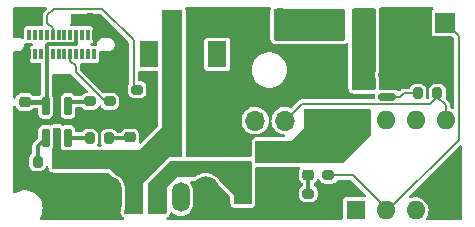
<source format=gbr>
%TF.GenerationSoftware,KiCad,Pcbnew,7.0.11-2.fc38*%
%TF.CreationDate,2024-04-24T16:28:19+02:00*%
%TF.ProjectId,lr_40,6c725f34-302e-46b6-9963-61645f706362,rev?*%
%TF.SameCoordinates,Original*%
%TF.FileFunction,Copper,L1,Top*%
%TF.FilePolarity,Positive*%
%FSLAX46Y46*%
G04 Gerber Fmt 4.6, Leading zero omitted, Abs format (unit mm)*
G04 Created by KiCad (PCBNEW 7.0.11-2.fc38) date 2024-04-24 16:28:19*
%MOMM*%
%LPD*%
G01*
G04 APERTURE LIST*
G04 Aperture macros list*
%AMRoundRect*
0 Rectangle with rounded corners*
0 $1 Rounding radius*
0 $2 $3 $4 $5 $6 $7 $8 $9 X,Y pos of 4 corners*
0 Add a 4 corners polygon primitive as box body*
4,1,4,$2,$3,$4,$5,$6,$7,$8,$9,$2,$3,0*
0 Add four circle primitives for the rounded corners*
1,1,$1+$1,$2,$3*
1,1,$1+$1,$4,$5*
1,1,$1+$1,$6,$7*
1,1,$1+$1,$8,$9*
0 Add four rect primitives between the rounded corners*
20,1,$1+$1,$2,$3,$4,$5,0*
20,1,$1+$1,$4,$5,$6,$7,0*
20,1,$1+$1,$6,$7,$8,$9,0*
20,1,$1+$1,$8,$9,$2,$3,0*%
G04 Aperture macros list end*
%TA.AperFunction,SMDPad,CuDef*%
%ADD10R,0.700000X1.800000*%
%TD*%
%TA.AperFunction,SMDPad,CuDef*%
%ADD11R,1.600000X2.200000*%
%TD*%
%TA.AperFunction,SMDPad,CuDef*%
%ADD12RoundRect,0.218750X0.256250X-0.218750X0.256250X0.218750X-0.256250X0.218750X-0.256250X-0.218750X0*%
%TD*%
%TA.AperFunction,ComponentPad*%
%ADD13R,1.700000X1.700000*%
%TD*%
%TA.AperFunction,ComponentPad*%
%ADD14O,1.700000X1.700000*%
%TD*%
%TA.AperFunction,SMDPad,CuDef*%
%ADD15RoundRect,0.200000X0.200000X0.275000X-0.200000X0.275000X-0.200000X-0.275000X0.200000X-0.275000X0*%
%TD*%
%TA.AperFunction,SMDPad,CuDef*%
%ADD16RoundRect,0.162500X0.162500X-0.617500X0.162500X0.617500X-0.162500X0.617500X-0.162500X-0.617500X0*%
%TD*%
%TA.AperFunction,SMDPad,CuDef*%
%ADD17RoundRect,0.225000X-0.250000X0.225000X-0.250000X-0.225000X0.250000X-0.225000X0.250000X0.225000X0*%
%TD*%
%TA.AperFunction,ComponentPad*%
%ADD18O,2.200000X3.500000*%
%TD*%
%TA.AperFunction,ComponentPad*%
%ADD19R,1.500000X2.500000*%
%TD*%
%TA.AperFunction,ComponentPad*%
%ADD20O,1.500000X2.500000*%
%TD*%
%TA.AperFunction,SMDPad,CuDef*%
%ADD21RoundRect,0.218750X-0.256250X0.218750X-0.256250X-0.218750X0.256250X-0.218750X0.256250X0.218750X0*%
%TD*%
%TA.AperFunction,SMDPad,CuDef*%
%ADD22RoundRect,0.200000X-0.200000X-0.275000X0.200000X-0.275000X0.200000X0.275000X-0.200000X0.275000X0*%
%TD*%
%TA.AperFunction,SMDPad,CuDef*%
%ADD23RoundRect,0.150000X0.587500X0.150000X-0.587500X0.150000X-0.587500X-0.150000X0.587500X-0.150000X0*%
%TD*%
%TA.AperFunction,SMDPad,CuDef*%
%ADD24RoundRect,0.200000X0.275000X-0.200000X0.275000X0.200000X-0.275000X0.200000X-0.275000X-0.200000X0*%
%TD*%
%TA.AperFunction,SMDPad,CuDef*%
%ADD25RoundRect,0.200000X-0.275000X0.200000X-0.275000X-0.200000X0.275000X-0.200000X0.275000X0.200000X0*%
%TD*%
%TA.AperFunction,SMDPad,CuDef*%
%ADD26RoundRect,0.225000X-0.225000X-0.250000X0.225000X-0.250000X0.225000X0.250000X-0.225000X0.250000X0*%
%TD*%
%TA.AperFunction,ComponentPad*%
%ADD27R,1.600000X1.600000*%
%TD*%
%TA.AperFunction,ComponentPad*%
%ADD28O,1.600000X1.600000*%
%TD*%
%TA.AperFunction,SMDPad,CuDef*%
%ADD29R,0.300000X0.850000*%
%TD*%
%TA.AperFunction,ComponentPad*%
%ADD30C,1.100000*%
%TD*%
%TA.AperFunction,ViaPad*%
%ADD31C,0.600000*%
%TD*%
%TA.AperFunction,Conductor*%
%ADD32C,0.300000*%
%TD*%
%TA.AperFunction,Conductor*%
%ADD33C,0.400000*%
%TD*%
%TA.AperFunction,Conductor*%
%ADD34C,0.200000*%
%TD*%
G04 APERTURE END LIST*
D10*
%TO.P,BT2,1,+*%
%TO.N,Net-(BT2-+)*%
X84300000Y-51800000D03*
%TO.P,BT2,2,-*%
%TO.N,GND*%
X85550000Y-51800000D03*
D11*
%TO.P,BT2,MP*%
%TO.N,N/C*%
X82050000Y-54500000D03*
X87800000Y-54500000D03*
%TD*%
D12*
%TO.P,D2,1,K*%
%TO.N,Net-(D2-K)*%
X95500000Y-64675000D03*
%TO.P,D2,2,A*%
%TO.N,VCC*%
X95500000Y-63100000D03*
%TD*%
D13*
%TO.P,SW3,1*%
%TO.N,VCC*%
X96080000Y-60100000D03*
D14*
%TO.P,SW3,2*%
%TO.N,laser*%
X93540000Y-60100000D03*
%TO.P,SW3,3*%
%TO.N,N/C*%
X91000000Y-60100000D03*
%TD*%
D15*
%TO.P,C3,1*%
%TO.N,VCC*%
X93125000Y-51100000D03*
%TO.P,C3,2*%
%TO.N,GND*%
X91475000Y-51100000D03*
%TD*%
D16*
%TO.P,U3,1,TS*%
%TO.N,Net-(U3-TS)*%
X73250000Y-61550000D03*
%TO.P,U3,2,OUT*%
%TO.N,Net-(BT2-+)*%
X74200000Y-61550000D03*
%TO.P,U3,3,CHG*%
%TO.N,Net-(U3-CHG)*%
X75150000Y-61550000D03*
%TO.P,U3,4,ISET*%
%TO.N,Net-(U3-ISET)*%
X75150000Y-58850000D03*
%TO.P,U3,5,GND*%
%TO.N,GND*%
X74200000Y-58850000D03*
%TO.P,U3,6,VIN*%
%TO.N,Net-(U3-VIN)*%
X73250000Y-58850000D03*
%TD*%
D17*
%TO.P,C7,1*%
%TO.N,Net-(BT2-+)*%
X75800000Y-63725000D03*
%TO.P,C7,2*%
%TO.N,GND*%
X75800000Y-65275000D03*
%TD*%
%TO.P,C2,1*%
%TO.N,VCC*%
X93700000Y-63050000D03*
%TO.P,C2,2*%
%TO.N,GND*%
X93700000Y-64600000D03*
%TD*%
D15*
%TO.P,C4,1*%
%TO.N,VCC*%
X93125000Y-52700000D03*
%TO.P,C4,2*%
%TO.N,GND*%
X91475000Y-52700000D03*
%TD*%
D18*
%TO.P,SW1,*%
%TO.N,GND*%
X78600000Y-66600000D03*
X86800000Y-66600000D03*
D19*
%TO.P,SW1,1*%
%TO.N,Net-(BT2-+)*%
X80700000Y-66600000D03*
D20*
%TO.P,SW1,2*%
%TO.N,Net-(U1-VI)*%
X82700000Y-66600000D03*
%TO.P,SW1,3*%
%TO.N,N/C*%
X84700000Y-66600000D03*
%TD*%
D21*
%TO.P,D3,1,K*%
%TO.N,Net-(D3-K)*%
X80400000Y-61512500D03*
%TO.P,D3,2,A*%
%TO.N,Net-(BT2-+)*%
X80400000Y-63087500D03*
%TD*%
D22*
%TO.P,R6,1*%
%TO.N,Net-(U3-TS)*%
X72575000Y-63600000D03*
%TO.P,R6,2*%
%TO.N,Net-(BT2-+)*%
X74225000Y-63600000D03*
%TD*%
D13*
%TO.P,SW2,1*%
%TO.N,trigger*%
X107100000Y-51800000D03*
D14*
%TO.P,SW2,2*%
%TO.N,GND*%
X104560000Y-51800000D03*
%TD*%
D23*
%TO.P,U1,1,GND*%
%TO.N,GND*%
X91737500Y-64850000D03*
%TO.P,U1,2,VO*%
%TO.N,VCC*%
X91737500Y-62950000D03*
%TO.P,U1,3,VI*%
%TO.N,Net-(U1-VI)*%
X89862500Y-63900000D03*
%TD*%
D24*
%TO.P,R8,1*%
%TO.N,GND*%
X77000000Y-60125000D03*
%TO.P,R8,2*%
%TO.N,Net-(U3-ISET)*%
X77000000Y-58475000D03*
%TD*%
D25*
%TO.P,R4,1*%
%TO.N,Net-(J3-CC2)*%
X78700000Y-58475000D03*
%TO.P,R4,2*%
%TO.N,GND*%
X78700000Y-60125000D03*
%TD*%
D23*
%TO.P,Q1,1,B*%
%TO.N,Net-(Q1-B)*%
X102200000Y-58100000D03*
%TO.P,Q1,2,E*%
%TO.N,GND*%
X102200000Y-56200000D03*
%TO.P,Q1,3,C*%
%TO.N,Net-(D1-K)*%
X100325000Y-57150000D03*
%TD*%
D15*
%TO.P,R1,1*%
%TO.N,laser*%
X106425000Y-57800000D03*
%TO.P,R1,2*%
%TO.N,Net-(Q1-B)*%
X104775000Y-57800000D03*
%TD*%
D25*
%TO.P,R5,1*%
%TO.N,Net-(J3-CC1)*%
X81000000Y-57475000D03*
%TO.P,R5,2*%
%TO.N,GND*%
X81000000Y-59125000D03*
%TD*%
%TO.P,R2,1*%
%TO.N,VCC*%
X97200000Y-63075000D03*
%TO.P,R2,2*%
%TO.N,trigger*%
X97200000Y-64725000D03*
%TD*%
D22*
%TO.P,R7,1*%
%TO.N,Net-(U3-CHG)*%
X76975000Y-61600000D03*
%TO.P,R7,2*%
%TO.N,Net-(D3-K)*%
X78625000Y-61600000D03*
%TD*%
D26*
%TO.P,C1,1*%
%TO.N,Net-(U1-VI)*%
X90025000Y-66600000D03*
%TO.P,C1,2*%
%TO.N,GND*%
X91575000Y-66600000D03*
%TD*%
D13*
%TO.P,D1,1,K*%
%TO.N,Net-(D1-K)*%
X100200000Y-51825000D03*
D14*
%TO.P,D1,2,A*%
%TO.N,VCC*%
X97660000Y-51825000D03*
%TD*%
D27*
%TO.P,U2,1,~{RESET}/PB5*%
%TO.N,unconnected-(U2-~{RESET}{slash}PB5-Pad1)*%
X99500000Y-67700000D03*
D28*
%TO.P,U2,2,XTAL1/PB3*%
%TO.N,trigger*%
X102040000Y-67700000D03*
%TO.P,U2,3,XTAL2/PB4*%
%TO.N,unconnected-(U2-XTAL2{slash}PB4-Pad3)*%
X104580000Y-67700000D03*
%TO.P,U2,4,GND*%
%TO.N,GND*%
X107120000Y-67700000D03*
%TO.P,U2,5,AREF/PB0*%
%TO.N,laser*%
X107120000Y-60080000D03*
%TO.P,U2,6,PB1*%
%TO.N,unconnected-(U2-PB1-Pad6)*%
X104580000Y-60080000D03*
%TO.P,U2,7,PB2*%
%TO.N,unconnected-(U2-PB2-Pad7)*%
X102040000Y-60080000D03*
%TO.P,U2,8,VCC*%
%TO.N,VCC*%
X99500000Y-60080000D03*
%TD*%
D13*
%TO.P,J1,1,Pin_1*%
%TO.N,Net-(BT2-+)*%
X83850000Y-62075000D03*
D14*
%TO.P,J1,2,Pin_2*%
%TO.N,GND*%
X86390000Y-62075000D03*
%TD*%
D17*
%TO.P,C6,1*%
%TO.N,Net-(U3-VIN)*%
X71500000Y-58525000D03*
%TO.P,C6,2*%
%TO.N,GND*%
X71500000Y-60075000D03*
%TD*%
D29*
%TO.P,J3,A1*%
%TO.N,N/C*%
X71850000Y-52815000D03*
%TO.P,J3,A2*%
X72350000Y-52815000D03*
%TO.P,J3,A3*%
X72850000Y-52815000D03*
%TO.P,J3,A4*%
X73350000Y-52815000D03*
%TO.P,J3,A5,CC1*%
%TO.N,Net-(J3-CC1)*%
X73850000Y-52815000D03*
%TO.P,J3,A6*%
%TO.N,N/C*%
X74350000Y-52815000D03*
%TO.P,J3,A7*%
X74850000Y-52815000D03*
%TO.P,J3,A8*%
X75350000Y-52815000D03*
%TO.P,J3,A9,VBUS*%
%TO.N,Net-(U3-VIN)*%
X75850000Y-52815000D03*
%TO.P,J3,A10*%
%TO.N,N/C*%
X76350000Y-52815000D03*
%TO.P,J3,A11*%
X76850000Y-52815000D03*
%TO.P,J3,A12,GND*%
%TO.N,GND*%
X77350000Y-52815000D03*
%TO.P,J3,B1*%
%TO.N,N/C*%
X77350000Y-54485000D03*
%TO.P,J3,B2*%
X76850000Y-54485000D03*
%TO.P,J3,B3*%
X76350000Y-54485000D03*
%TO.P,J3,B4*%
X75850000Y-54485000D03*
%TO.P,J3,B5,CC2*%
%TO.N,Net-(J3-CC2)*%
X75350000Y-54485000D03*
%TO.P,J3,B6*%
%TO.N,N/C*%
X74850000Y-54485000D03*
%TO.P,J3,B7*%
X74350000Y-54485000D03*
%TO.P,J3,B8*%
X73850000Y-54485000D03*
%TO.P,J3,B9,VBUS*%
%TO.N,Net-(U3-VIN)*%
X73350000Y-54485000D03*
%TO.P,J3,B10*%
%TO.N,N/C*%
X72850000Y-54485000D03*
%TO.P,J3,B11*%
X72350000Y-54485000D03*
%TO.P,J3,B12,GND*%
%TO.N,GND*%
X71850000Y-54485000D03*
D30*
%TO.P,J3,S1,SHIELD*%
X72200000Y-51500000D03*
X72200000Y-55800000D03*
X77000000Y-51500000D03*
X77000000Y-55800000D03*
%TD*%
D25*
%TO.P,R3,1*%
%TO.N,Net-(D2-K)*%
X95500000Y-66275000D03*
%TO.P,R3,2*%
%TO.N,GND*%
X95500000Y-67925000D03*
%TD*%
D31*
%TO.N,GND*%
X89700000Y-51600000D03*
X107000000Y-55600000D03*
X79500000Y-55900000D03*
X88800000Y-61400000D03*
X102800000Y-54900000D03*
X107400000Y-64700000D03*
X94000000Y-67800000D03*
X74500000Y-57300000D03*
X104800000Y-55700000D03*
X81400000Y-60400000D03*
X87600000Y-59500000D03*
X74600000Y-66300000D03*
X88600000Y-57600000D03*
%TD*%
D32*
%TO.N,Net-(U3-VIN)*%
X73350000Y-53710000D02*
X73350000Y-54485000D01*
X73350000Y-54485000D02*
X73350000Y-58750000D01*
X75840000Y-53600000D02*
X73460000Y-53600000D01*
X73460000Y-53600000D02*
X73350000Y-53710000D01*
D33*
X72925000Y-58525000D02*
X73250000Y-58850000D01*
X71500000Y-58525000D02*
X72925000Y-58525000D01*
D32*
X75850000Y-52815000D02*
X75850000Y-53590000D01*
X75850000Y-53590000D02*
X75840000Y-53600000D01*
%TO.N,Net-(D3-K)*%
X78625000Y-61600000D02*
X78637500Y-61612500D01*
X78637500Y-61612500D02*
X80400000Y-61612500D01*
D34*
%TO.N,Net-(Q1-B)*%
X103300000Y-58100000D02*
X102200000Y-58100000D01*
X103600000Y-57800000D02*
X103300000Y-58100000D01*
X104775000Y-57800000D02*
X103600000Y-57800000D01*
%TO.N,laser*%
X107120000Y-58795000D02*
X107120000Y-60080000D01*
X105825000Y-58700000D02*
X106425000Y-58100000D01*
X93540000Y-60100000D02*
X94940000Y-58700000D01*
X106425000Y-58100000D02*
X107120000Y-58795000D01*
X94940000Y-58700000D02*
X105825000Y-58700000D01*
%TO.N,trigger*%
X99265000Y-64725000D02*
X102240000Y-67700000D01*
X102240000Y-67700000D02*
X108220000Y-61720000D01*
X108220000Y-52920000D02*
X107100000Y-51800000D01*
X108220000Y-61720000D02*
X108220000Y-52920000D01*
X97200000Y-64725000D02*
X99265000Y-64725000D01*
D32*
%TO.N,Net-(U3-TS)*%
X72575000Y-63700000D02*
X72575000Y-62225000D01*
X72575000Y-62225000D02*
X73250000Y-61550000D01*
%TO.N,Net-(U3-CHG)*%
X75150000Y-61550000D02*
X76925000Y-61550000D01*
%TO.N,Net-(U3-ISET)*%
X75150000Y-58850000D02*
X75500000Y-58500000D01*
X75500000Y-58500000D02*
X76975000Y-58500000D01*
D34*
%TO.N,Net-(J3-CC1)*%
X73400000Y-51200000D02*
X73950000Y-50650000D01*
X73950000Y-50650000D02*
X78050000Y-50650000D01*
X78050000Y-50650000D02*
X80700000Y-53300000D01*
X73400000Y-51800000D02*
X73400000Y-51200000D01*
X73850000Y-52250000D02*
X73400000Y-51800000D01*
X80700000Y-53300000D02*
X80700000Y-57175000D01*
X80700000Y-57175000D02*
X81000000Y-57475000D01*
X73850000Y-52815000D02*
X73850000Y-52250000D01*
%TO.N,Net-(J3-CC2)*%
X75350000Y-55050000D02*
X75800000Y-55500000D01*
X78275000Y-58475000D02*
X78700000Y-58475000D01*
X75800000Y-56000000D02*
X78275000Y-58475000D01*
X75800000Y-55500000D02*
X75800000Y-56000000D01*
X75350000Y-54485000D02*
X75350000Y-55050000D01*
D32*
%TO.N,Net-(D2-K)*%
X95500000Y-64675000D02*
X95500000Y-66275000D01*
%TD*%
%TA.AperFunction,Conductor*%
%TO.N,VCC*%
G36*
X100743039Y-59120185D02*
G01*
X100788794Y-59172989D01*
X100800000Y-59224500D01*
X100800000Y-61248638D01*
X100780315Y-61315677D01*
X100763681Y-61336319D01*
X98436319Y-63663681D01*
X98374996Y-63697166D01*
X98348638Y-63700000D01*
X91125054Y-63700000D01*
X91058015Y-63680315D01*
X91012260Y-63627511D01*
X91001764Y-63589251D01*
X91000710Y-63579444D01*
X91000000Y-63566193D01*
X91000000Y-61924000D01*
X91019685Y-61856961D01*
X91072489Y-61811206D01*
X91124000Y-61800000D01*
X94000000Y-61800000D01*
X95100000Y-60700000D01*
X95100000Y-59224500D01*
X95119685Y-59157461D01*
X95172489Y-59111706D01*
X95224000Y-59100500D01*
X100676000Y-59100500D01*
X100743039Y-59120185D01*
G37*
%TD.AperFunction*%
%TD*%
%TA.AperFunction,Conductor*%
%TO.N,Net-(U1-VI)*%
G36*
X90643039Y-63519685D02*
G01*
X90688794Y-63572489D01*
X90700000Y-63624000D01*
X90700000Y-64634602D01*
X90699614Y-64642837D01*
X90699635Y-64642838D01*
X90699500Y-64645723D01*
X90699500Y-65054277D01*
X90699635Y-65057163D01*
X90699614Y-65057163D01*
X90700000Y-65065398D01*
X90700000Y-67076000D01*
X90680315Y-67143039D01*
X90627511Y-67188794D01*
X90576000Y-67200000D01*
X89324000Y-67200000D01*
X89256961Y-67180315D01*
X89211206Y-67127511D01*
X89200000Y-67076000D01*
X89200000Y-66400000D01*
X87957412Y-65157412D01*
X87942357Y-65139167D01*
X87893584Y-65067004D01*
X87893582Y-65067002D01*
X87893579Y-65066997D01*
X87728621Y-64894882D01*
X87536947Y-64753121D01*
X87324074Y-64645793D01*
X87194283Y-64606045D01*
X87096121Y-64575983D01*
X86859647Y-64545701D01*
X86621471Y-64555819D01*
X86621467Y-64555819D01*
X86388419Y-64606045D01*
X86167211Y-64694935D01*
X85964203Y-64819932D01*
X85908356Y-64869084D01*
X85845026Y-64898598D01*
X85826433Y-64900000D01*
X84399999Y-64900000D01*
X83500000Y-65799999D01*
X83500000Y-67876000D01*
X83480315Y-67943039D01*
X83427511Y-67988794D01*
X83376000Y-68000000D01*
X82024000Y-68000000D01*
X81956961Y-67980315D01*
X81911206Y-67927511D01*
X81900000Y-67876000D01*
X81900000Y-65483403D01*
X81919685Y-65416364D01*
X81936319Y-65395722D01*
X83790222Y-63541819D01*
X83851545Y-63508334D01*
X83877903Y-63505500D01*
X84675990Y-63505500D01*
X84676000Y-63505500D01*
X84716762Y-63501117D01*
X84720554Y-63500710D01*
X84733807Y-63500000D01*
X90576000Y-63500000D01*
X90643039Y-63519685D01*
G37*
%TD.AperFunction*%
%TD*%
%TA.AperFunction,Conductor*%
%TO.N,Net-(D1-K)*%
G36*
X101143039Y-50619685D02*
G01*
X101188794Y-50672489D01*
X101200000Y-50724000D01*
X101200000Y-55843789D01*
X101193042Y-55884743D01*
X101164853Y-55965302D01*
X101162000Y-55995730D01*
X101162000Y-56404269D01*
X101164853Y-56434698D01*
X101177997Y-56472261D01*
X101193041Y-56515255D01*
X101200000Y-56556207D01*
X101200000Y-57376000D01*
X101180315Y-57443039D01*
X101127511Y-57488794D01*
X101076000Y-57500000D01*
X99324000Y-57500000D01*
X99256961Y-57480315D01*
X99211206Y-57427511D01*
X99200000Y-57376000D01*
X99200000Y-50724000D01*
X99219685Y-50656961D01*
X99272489Y-50611206D01*
X99324000Y-50600000D01*
X101076000Y-50600000D01*
X101143039Y-50619685D01*
G37*
%TD.AperFunction*%
%TD*%
%TA.AperFunction,Conductor*%
%TO.N,VCC*%
G36*
X98543039Y-50644685D02*
G01*
X98588794Y-50697489D01*
X98600000Y-50749000D01*
X98600000Y-53201000D01*
X98580315Y-53268039D01*
X98527511Y-53313794D01*
X98476000Y-53325000D01*
X92724000Y-53325000D01*
X92656961Y-53305315D01*
X92611206Y-53252511D01*
X92600000Y-53201000D01*
X92600000Y-50749000D01*
X92619685Y-50681961D01*
X92672489Y-50636206D01*
X92724000Y-50625000D01*
X98476000Y-50625000D01*
X98543039Y-50644685D01*
G37*
%TD.AperFunction*%
%TD*%
%TA.AperFunction,Conductor*%
%TO.N,Net-(BT2-+)*%
G36*
X84743039Y-50719685D02*
G01*
X84788794Y-50772489D01*
X84800000Y-50824000D01*
X84800000Y-63076000D01*
X84780315Y-63143039D01*
X84727511Y-63188794D01*
X84676000Y-63200000D01*
X83699999Y-63200000D01*
X81500000Y-65399999D01*
X81500000Y-67876000D01*
X81480315Y-67943039D01*
X81427511Y-67988794D01*
X81376000Y-68000000D01*
X80024000Y-68000000D01*
X79956961Y-67980315D01*
X79911206Y-67927511D01*
X79900000Y-67876000D01*
X79900000Y-67795846D01*
X79907082Y-67754539D01*
X79960211Y-67604171D01*
X79991395Y-67422303D01*
X80000499Y-67369210D01*
X80000500Y-67369198D01*
X80000500Y-65890503D01*
X80000499Y-65890484D01*
X79985347Y-65712463D01*
X79980622Y-65694318D01*
X79925275Y-65481751D01*
X79925274Y-65481747D01*
X79911008Y-65450187D01*
X79900399Y-65400964D01*
X79900000Y-65400001D01*
X79900000Y-65400000D01*
X79894680Y-65394680D01*
X79869371Y-65358078D01*
X79827077Y-65264514D01*
X79827077Y-65264513D01*
X79827075Y-65264511D01*
X79693586Y-65067006D01*
X79693582Y-65067001D01*
X79693579Y-65066997D01*
X79528621Y-64894882D01*
X79336947Y-64753121D01*
X79185653Y-64676840D01*
X79153799Y-64653799D01*
X78700000Y-64200000D01*
X73924000Y-64200000D01*
X73856961Y-64180315D01*
X73811206Y-64127511D01*
X73800000Y-64076000D01*
X73800000Y-62462956D01*
X73819685Y-62395917D01*
X73824231Y-62389321D01*
X73826465Y-62386294D01*
X73826469Y-62386289D01*
X73850086Y-62318796D01*
X73872567Y-62254551D01*
X73872567Y-62254549D01*
X73875500Y-62223276D01*
X73875500Y-60876723D01*
X73871863Y-60837938D01*
X73874566Y-60837684D01*
X73878581Y-60780779D01*
X73920398Y-60724805D01*
X73985839Y-60700325D01*
X73994805Y-60700000D01*
X74405195Y-60700000D01*
X74472234Y-60719685D01*
X74517989Y-60772489D01*
X74527389Y-60837867D01*
X74528137Y-60837938D01*
X74527845Y-60841041D01*
X74527933Y-60841647D01*
X74527634Y-60843297D01*
X74524500Y-60876723D01*
X74524500Y-62223276D01*
X74527432Y-62254549D01*
X74527432Y-62254551D01*
X74573529Y-62386285D01*
X74573534Y-62386294D01*
X74656410Y-62498588D01*
X74656411Y-62498589D01*
X74768705Y-62581465D01*
X74768707Y-62581466D01*
X74768711Y-62581469D01*
X74768714Y-62581470D01*
X74900449Y-62627567D01*
X74931724Y-62630500D01*
X74931728Y-62630500D01*
X75368276Y-62630500D01*
X75386144Y-62628824D01*
X75399549Y-62627567D01*
X75458446Y-62606958D01*
X75499401Y-62600000D01*
X81200000Y-62600000D01*
X83100000Y-60700000D01*
X83100000Y-55803917D01*
X83110565Y-55753832D01*
X83147585Y-55669991D01*
X83150500Y-55644865D01*
X83150499Y-53355136D01*
X83150497Y-53355117D01*
X83147586Y-53330012D01*
X83147585Y-53330010D01*
X83147585Y-53330009D01*
X83110566Y-53246168D01*
X83100000Y-53196082D01*
X83100000Y-50824000D01*
X83119685Y-50756961D01*
X83172489Y-50711206D01*
X83224000Y-50700000D01*
X84676000Y-50700000D01*
X84743039Y-50719685D01*
G37*
%TD.AperFunction*%
%TD*%
%TA.AperFunction,Conductor*%
%TO.N,GND*%
G36*
X77899784Y-51070185D02*
G01*
X77920426Y-51086819D01*
X80263181Y-53429574D01*
X80296666Y-53490897D01*
X80299500Y-53517255D01*
X80299500Y-56967513D01*
X80284333Y-57026939D01*
X80281203Y-57032670D01*
X80230933Y-57167452D01*
X80230909Y-57167517D01*
X80224500Y-57227127D01*
X80224500Y-57227134D01*
X80224500Y-57227135D01*
X80224500Y-57722870D01*
X80224501Y-57722876D01*
X80230908Y-57782483D01*
X80281202Y-57917328D01*
X80281206Y-57917335D01*
X80367452Y-58032544D01*
X80367455Y-58032547D01*
X80482664Y-58118793D01*
X80482671Y-58118797D01*
X80493613Y-58122878D01*
X80617517Y-58169091D01*
X80677127Y-58175500D01*
X81322872Y-58175499D01*
X81382483Y-58169091D01*
X81517331Y-58118796D01*
X81632546Y-58032546D01*
X81718796Y-57917331D01*
X81769091Y-57782483D01*
X81775500Y-57722873D01*
X81775499Y-57227128D01*
X81769091Y-57167517D01*
X81736898Y-57081204D01*
X81718797Y-57032671D01*
X81718793Y-57032664D01*
X81632547Y-56917455D01*
X81632544Y-56917452D01*
X81517335Y-56831206D01*
X81517328Y-56831202D01*
X81382482Y-56780908D01*
X81382483Y-56780908D01*
X81322883Y-56774501D01*
X81322881Y-56774500D01*
X81322873Y-56774500D01*
X81322865Y-56774500D01*
X81224500Y-56774500D01*
X81157461Y-56754815D01*
X81111706Y-56702011D01*
X81100500Y-56650500D01*
X81100500Y-56024499D01*
X81120185Y-55957460D01*
X81172989Y-55911705D01*
X81224495Y-55900499D01*
X82670500Y-55900499D01*
X82737539Y-55920184D01*
X82783294Y-55972988D01*
X82794500Y-56024499D01*
X82794500Y-60522096D01*
X82774815Y-60589135D01*
X82758181Y-60609777D01*
X81361399Y-62006558D01*
X81300076Y-62040043D01*
X81230384Y-62035059D01*
X81174451Y-61993187D01*
X81150034Y-61927723D01*
X81158364Y-61873387D01*
X81165479Y-61855346D01*
X81175500Y-61771902D01*
X81175500Y-61253098D01*
X81165479Y-61169654D01*
X81113115Y-61036868D01*
X81113113Y-61036865D01*
X81026867Y-60923132D01*
X80913134Y-60836886D01*
X80913132Y-60836885D01*
X80780346Y-60784521D01*
X80780345Y-60784520D01*
X80780343Y-60784520D01*
X80696902Y-60774500D01*
X80103098Y-60774500D01*
X80019656Y-60784520D01*
X80019655Y-60784520D01*
X79886865Y-60836886D01*
X79773132Y-60923132D01*
X79686885Y-61036866D01*
X79678370Y-61058460D01*
X79668662Y-61083080D01*
X79668500Y-61083490D01*
X79625594Y-61138634D01*
X79559686Y-61161827D01*
X79553145Y-61162000D01*
X79384479Y-61162000D01*
X79317440Y-61142315D01*
X79271685Y-61089511D01*
X79269020Y-61083080D01*
X79268794Y-61082665D01*
X79182547Y-60967455D01*
X79182544Y-60967452D01*
X79067335Y-60881206D01*
X79067328Y-60881202D01*
X78932486Y-60830910D01*
X78932485Y-60830909D01*
X78932483Y-60830909D01*
X78872873Y-60824500D01*
X78872863Y-60824500D01*
X78377129Y-60824500D01*
X78377123Y-60824501D01*
X78317516Y-60830908D01*
X78182671Y-60881202D01*
X78182664Y-60881206D01*
X78067455Y-60967452D01*
X78067452Y-60967455D01*
X77981206Y-61082664D01*
X77981202Y-61082671D01*
X77931540Y-61215825D01*
X77930909Y-61217517D01*
X77924500Y-61277127D01*
X77924500Y-61277134D01*
X77924500Y-61277135D01*
X77924500Y-61922870D01*
X77924501Y-61922876D01*
X77930908Y-61982483D01*
X77984303Y-62125641D01*
X77981208Y-62126795D01*
X77992637Y-62179362D01*
X77968211Y-62244823D01*
X77912272Y-62286687D01*
X77868954Y-62294500D01*
X77731046Y-62294500D01*
X77664007Y-62274815D01*
X77618252Y-62222011D01*
X77608308Y-62152853D01*
X77617179Y-62126193D01*
X77615697Y-62125641D01*
X77641126Y-62057461D01*
X77669091Y-61982483D01*
X77675500Y-61922873D01*
X77675499Y-61277128D01*
X77669091Y-61217517D01*
X77666779Y-61211319D01*
X77618797Y-61082671D01*
X77618793Y-61082664D01*
X77532547Y-60967455D01*
X77532544Y-60967452D01*
X77417335Y-60881206D01*
X77417328Y-60881202D01*
X77282486Y-60830910D01*
X77282485Y-60830909D01*
X77282483Y-60830909D01*
X77222873Y-60824500D01*
X77222863Y-60824500D01*
X76727129Y-60824500D01*
X76727123Y-60824501D01*
X76667516Y-60830908D01*
X76532671Y-60881202D01*
X76532664Y-60881206D01*
X76417456Y-60967452D01*
X76417455Y-60967453D01*
X76417454Y-60967454D01*
X76365491Y-61036868D01*
X76355802Y-61049811D01*
X76299868Y-61091682D01*
X76256535Y-61099500D01*
X75899500Y-61099500D01*
X75832461Y-61079815D01*
X75786706Y-61027011D01*
X75775500Y-60975500D01*
X75775500Y-60876723D01*
X75772567Y-60845450D01*
X75772567Y-60845448D01*
X75726470Y-60713714D01*
X75726469Y-60713711D01*
X75722442Y-60708255D01*
X75643589Y-60601411D01*
X75643588Y-60601410D01*
X75531294Y-60518534D01*
X75531285Y-60518529D01*
X75399550Y-60472432D01*
X75368276Y-60469500D01*
X75368272Y-60469500D01*
X74931728Y-60469500D01*
X74931724Y-60469500D01*
X74900450Y-60472432D01*
X74900448Y-60472433D01*
X74791188Y-60510665D01*
X74721409Y-60514227D01*
X74665167Y-60483844D01*
X74658382Y-60477447D01*
X74558306Y-60426561D01*
X74558305Y-60426560D01*
X74558304Y-60426560D01*
X74491273Y-60406877D01*
X74491267Y-60406876D01*
X74405195Y-60394500D01*
X73994805Y-60394500D01*
X73987058Y-60394640D01*
X73983726Y-60394701D01*
X73974770Y-60395026D01*
X73878804Y-60414189D01*
X73878800Y-60414190D01*
X73813373Y-60438664D01*
X73813368Y-60438667D01*
X73813364Y-60438668D01*
X73813361Y-60438670D01*
X73786513Y-60451930D01*
X73758229Y-60465900D01*
X73736607Y-60485818D01*
X73673962Y-60516759D01*
X73611641Y-60511655D01*
X73499551Y-60472433D01*
X73499549Y-60472432D01*
X73468276Y-60469500D01*
X73468272Y-60469500D01*
X73031728Y-60469500D01*
X73031724Y-60469500D01*
X73000450Y-60472432D01*
X73000448Y-60472432D01*
X72868714Y-60518529D01*
X72868705Y-60518534D01*
X72756411Y-60601410D01*
X72756410Y-60601411D01*
X72673534Y-60713705D01*
X72673529Y-60713714D01*
X72627432Y-60845448D01*
X72627432Y-60845450D01*
X72624500Y-60876723D01*
X72624500Y-61487034D01*
X72604815Y-61554073D01*
X72588181Y-61574715D01*
X72279263Y-61883632D01*
X72268898Y-61892895D01*
X72241033Y-61915117D01*
X72241030Y-61915121D01*
X72208823Y-61962357D01*
X72206144Y-61966132D01*
X72172206Y-62012118D01*
X72168216Y-62019667D01*
X72164528Y-62027325D01*
X72147673Y-62081967D01*
X72146225Y-62086368D01*
X72127353Y-62140304D01*
X72125771Y-62148659D01*
X72124500Y-62157100D01*
X72124500Y-62214260D01*
X72124413Y-62218897D01*
X72122275Y-62276009D01*
X72123316Y-62285243D01*
X72122485Y-62285336D01*
X72124500Y-62300635D01*
X72124500Y-62825249D01*
X72104815Y-62892288D01*
X72074812Y-62924515D01*
X72017457Y-62967451D01*
X72017451Y-62967457D01*
X71931206Y-63082664D01*
X71931202Y-63082671D01*
X71880910Y-63217513D01*
X71880909Y-63217517D01*
X71874500Y-63277127D01*
X71874500Y-63277134D01*
X71874500Y-63277135D01*
X71874500Y-63922870D01*
X71874501Y-63922876D01*
X71880908Y-63982483D01*
X71931202Y-64117328D01*
X71931206Y-64117335D01*
X72017452Y-64232544D01*
X72017455Y-64232547D01*
X72132664Y-64318793D01*
X72132671Y-64318797D01*
X72156188Y-64327568D01*
X72267517Y-64369091D01*
X72327127Y-64375500D01*
X72822872Y-64375499D01*
X72882483Y-64369091D01*
X73017331Y-64318796D01*
X73132546Y-64232546D01*
X73218796Y-64117331D01*
X73254318Y-64022092D01*
X73296189Y-63966158D01*
X73361653Y-63941741D01*
X73429926Y-63956592D01*
X73479332Y-64005997D01*
X73494500Y-64065425D01*
X73494500Y-64076000D01*
X73494501Y-64076009D01*
X73501481Y-64140935D01*
X73501483Y-64140947D01*
X73512688Y-64192453D01*
X73523644Y-64230654D01*
X73523646Y-64230658D01*
X73578529Y-64324501D01*
X73580325Y-64327571D01*
X73611634Y-64363704D01*
X73626081Y-64380376D01*
X73626091Y-64380387D01*
X73670807Y-64422548D01*
X73670809Y-64422549D01*
X73670813Y-64422553D01*
X73770889Y-64473439D01*
X73837928Y-64493124D01*
X73924000Y-64505500D01*
X78522096Y-64505500D01*
X78589135Y-64525185D01*
X78609777Y-64541819D01*
X78937778Y-64869820D01*
X78974751Y-64901331D01*
X78974754Y-64901333D01*
X78974762Y-64901339D01*
X79006609Y-64924375D01*
X79048111Y-64949627D01*
X79048119Y-64949631D01*
X79166769Y-65009452D01*
X79184670Y-65020473D01*
X79317572Y-65118766D01*
X79333355Y-65132658D01*
X79447726Y-65251992D01*
X79460938Y-65268355D01*
X79553496Y-65405299D01*
X79563753Y-65423659D01*
X79590988Y-65483909D01*
X79612003Y-65521064D01*
X79621836Y-65543287D01*
X79632628Y-65576024D01*
X79633821Y-65579087D01*
X79633572Y-65579183D01*
X79638840Y-65594097D01*
X79645498Y-65619666D01*
X79649500Y-65650913D01*
X79649500Y-67545269D01*
X79642417Y-67586576D01*
X79619034Y-67652759D01*
X79619029Y-67652773D01*
X79605975Y-67702912D01*
X79598894Y-67744215D01*
X79598892Y-67744230D01*
X79594500Y-67795826D01*
X79594500Y-67795846D01*
X79594500Y-67876000D01*
X79594501Y-67876009D01*
X79601481Y-67940935D01*
X79601483Y-67940947D01*
X79612688Y-67992453D01*
X79623644Y-68030654D01*
X79623646Y-68030658D01*
X79680323Y-68127568D01*
X79680325Y-68127571D01*
X79726081Y-68180376D01*
X79726091Y-68180387D01*
X79770807Y-68222548D01*
X79770809Y-68222549D01*
X79770813Y-68222553D01*
X79854230Y-68264968D01*
X79905066Y-68312900D01*
X79921919Y-68380707D01*
X79899437Y-68446860D01*
X79844758Y-68490358D01*
X79798028Y-68499500D01*
X72868482Y-68499500D01*
X72801443Y-68479815D01*
X72755688Y-68427011D01*
X72745744Y-68357853D01*
X72764672Y-68307680D01*
X72824173Y-68216607D01*
X72924063Y-67988881D01*
X72985108Y-67747821D01*
X72988829Y-67702915D01*
X73005643Y-67500005D01*
X73005643Y-67499994D01*
X72985109Y-67252187D01*
X72985107Y-67252175D01*
X72924063Y-67011118D01*
X72824173Y-66783393D01*
X72688164Y-66575215D01*
X72642151Y-66525232D01*
X72519744Y-66392262D01*
X72323509Y-66239526D01*
X72323507Y-66239525D01*
X72323506Y-66239524D01*
X72104811Y-66121172D01*
X72104802Y-66121169D01*
X71869616Y-66040429D01*
X71624335Y-65999500D01*
X71375665Y-65999500D01*
X71130383Y-66040429D01*
X70895197Y-66121169D01*
X70895183Y-66121175D01*
X70683517Y-66235723D01*
X70615189Y-66250318D01*
X70549817Y-66225655D01*
X70508156Y-66169564D01*
X70500500Y-66126668D01*
X70500500Y-58934300D01*
X70520185Y-58867261D01*
X70572989Y-58821506D01*
X70642147Y-58811562D01*
X70705703Y-58840587D01*
X70739853Y-58888807D01*
X70763788Y-58949500D01*
X70787636Y-59009976D01*
X70874921Y-59125078D01*
X70990023Y-59212363D01*
X70990024Y-59212363D01*
X70990025Y-59212364D01*
X71124410Y-59265359D01*
X71208856Y-59275500D01*
X71208862Y-59275500D01*
X71791138Y-59275500D01*
X71791144Y-59275500D01*
X71875590Y-59265359D01*
X72009975Y-59212364D01*
X72125078Y-59125078D01*
X72129844Y-59118793D01*
X72163378Y-59074574D01*
X72219571Y-59033051D01*
X72262181Y-59025500D01*
X72500500Y-59025500D01*
X72567539Y-59045185D01*
X72613294Y-59097989D01*
X72624500Y-59149500D01*
X72624500Y-59523276D01*
X72627432Y-59554549D01*
X72627432Y-59554551D01*
X72673529Y-59686285D01*
X72673534Y-59686294D01*
X72756410Y-59798588D01*
X72756411Y-59798589D01*
X72868705Y-59881465D01*
X72868707Y-59881466D01*
X72868711Y-59881469D01*
X72868714Y-59881470D01*
X73000449Y-59927567D01*
X73031724Y-59930500D01*
X73031728Y-59930500D01*
X73468276Y-59930500D01*
X73499549Y-59927567D01*
X73499551Y-59927567D01*
X73613513Y-59887689D01*
X73631289Y-59881469D01*
X73743589Y-59798589D01*
X73826469Y-59686289D01*
X73843226Y-59638399D01*
X73872567Y-59554551D01*
X73872567Y-59554549D01*
X73875500Y-59523276D01*
X73875500Y-58176723D01*
X73872567Y-58145450D01*
X73872566Y-58145448D01*
X73826470Y-58013712D01*
X73824727Y-58011350D01*
X73823620Y-58008319D01*
X73822128Y-58005496D01*
X73822514Y-58005291D01*
X73800758Y-57945720D01*
X73800500Y-57937720D01*
X73800500Y-56274000D01*
X73820185Y-56206961D01*
X73872989Y-56161206D01*
X73924500Y-56150000D01*
X75350755Y-56150000D01*
X75417794Y-56169685D01*
X75451096Y-56201146D01*
X75451748Y-56202044D01*
X75461890Y-56218600D01*
X75471949Y-56238340D01*
X75471950Y-56238342D01*
X75491390Y-56257782D01*
X75491419Y-56257813D01*
X76796426Y-57562819D01*
X76829911Y-57624142D01*
X76824927Y-57693834D01*
X76783055Y-57749767D01*
X76717591Y-57774184D01*
X76708749Y-57774500D01*
X76677131Y-57774500D01*
X76677123Y-57774501D01*
X76617516Y-57780908D01*
X76482671Y-57831202D01*
X76482664Y-57831206D01*
X76367456Y-57917452D01*
X76367455Y-57917453D01*
X76367454Y-57917454D01*
X76305802Y-57999811D01*
X76249868Y-58041682D01*
X76206535Y-58049500D01*
X75815481Y-58049500D01*
X75748442Y-58029815D01*
X75715711Y-57999133D01*
X75643589Y-57901411D01*
X75643588Y-57901410D01*
X75531294Y-57818534D01*
X75531285Y-57818529D01*
X75399550Y-57772432D01*
X75368276Y-57769500D01*
X75368272Y-57769500D01*
X74931728Y-57769500D01*
X74931724Y-57769500D01*
X74900450Y-57772432D01*
X74900448Y-57772432D01*
X74768714Y-57818529D01*
X74768705Y-57818534D01*
X74656411Y-57901410D01*
X74656410Y-57901411D01*
X74573534Y-58013705D01*
X74573529Y-58013714D01*
X74527432Y-58145448D01*
X74527432Y-58145450D01*
X74524500Y-58176723D01*
X74524500Y-59523276D01*
X74527432Y-59554549D01*
X74527432Y-59554551D01*
X74573529Y-59686285D01*
X74573534Y-59686294D01*
X74656410Y-59798588D01*
X74656411Y-59798589D01*
X74768705Y-59881465D01*
X74768707Y-59881466D01*
X74768711Y-59881469D01*
X74768714Y-59881470D01*
X74900449Y-59927567D01*
X74931724Y-59930500D01*
X74931728Y-59930500D01*
X75368276Y-59930500D01*
X75399549Y-59927567D01*
X75399551Y-59927567D01*
X75513513Y-59887689D01*
X75531289Y-59881469D01*
X75643589Y-59798589D01*
X75726469Y-59686289D01*
X75743226Y-59638399D01*
X75772567Y-59554551D01*
X75772567Y-59554549D01*
X75775500Y-59523276D01*
X75775500Y-59074500D01*
X75795185Y-59007461D01*
X75847989Y-58961706D01*
X75899500Y-58950500D01*
X76243965Y-58950500D01*
X76311004Y-58970185D01*
X76343232Y-59000190D01*
X76367449Y-59032541D01*
X76367452Y-59032544D01*
X76367454Y-59032546D01*
X76367457Y-59032548D01*
X76482664Y-59118793D01*
X76482671Y-59118797D01*
X76499509Y-59125077D01*
X76617517Y-59169091D01*
X76677127Y-59175500D01*
X77322872Y-59175499D01*
X77382483Y-59169091D01*
X77517331Y-59118796D01*
X77632546Y-59032546D01*
X77718796Y-58917331D01*
X77718798Y-58917326D01*
X77733818Y-58877056D01*
X77775688Y-58821122D01*
X77841153Y-58796704D01*
X77909426Y-58811555D01*
X77958832Y-58860960D01*
X77966182Y-58877056D01*
X77981201Y-58917326D01*
X77981206Y-58917335D01*
X78067452Y-59032544D01*
X78067455Y-59032547D01*
X78182664Y-59118793D01*
X78182671Y-59118797D01*
X78199509Y-59125077D01*
X78317517Y-59169091D01*
X78377127Y-59175500D01*
X79022872Y-59175499D01*
X79082483Y-59169091D01*
X79217331Y-59118796D01*
X79332546Y-59032546D01*
X79418796Y-58917331D01*
X79469091Y-58782483D01*
X79475500Y-58722873D01*
X79475499Y-58227128D01*
X79469091Y-58167517D01*
X79452443Y-58122882D01*
X79418797Y-58032671D01*
X79418793Y-58032664D01*
X79332547Y-57917455D01*
X79332544Y-57917452D01*
X79217335Y-57831206D01*
X79217328Y-57831202D01*
X79082486Y-57780910D01*
X79082485Y-57780909D01*
X79082483Y-57780909D01*
X79022873Y-57774500D01*
X79022863Y-57774500D01*
X78377129Y-57774500D01*
X78377123Y-57774501D01*
X78317518Y-57780908D01*
X78268204Y-57799301D01*
X78198513Y-57804284D01*
X78137192Y-57770799D01*
X76236819Y-55870426D01*
X76203334Y-55809103D01*
X76200500Y-55782745D01*
X76200500Y-55436568D01*
X76200500Y-55436567D01*
X76193652Y-55415491D01*
X76189111Y-55396578D01*
X76185646Y-55374696D01*
X76185038Y-55372826D01*
X76184969Y-55370422D01*
X76184119Y-55365054D01*
X76184812Y-55364944D01*
X76183038Y-55302985D01*
X76219114Y-55243149D01*
X76281812Y-55212317D01*
X76302958Y-55210499D01*
X76544864Y-55210499D01*
X76544879Y-55210497D01*
X76544882Y-55210497D01*
X76579258Y-55206511D01*
X76579463Y-55208281D01*
X76620540Y-55208281D01*
X76620745Y-55206510D01*
X76630007Y-55207584D01*
X76630009Y-55207585D01*
X76655135Y-55210500D01*
X77044864Y-55210499D01*
X77044879Y-55210497D01*
X77044882Y-55210497D01*
X77079258Y-55206511D01*
X77079463Y-55208281D01*
X77120540Y-55208281D01*
X77120745Y-55206510D01*
X77130007Y-55207584D01*
X77130009Y-55207585D01*
X77155135Y-55210500D01*
X77544864Y-55210499D01*
X77544879Y-55210497D01*
X77544882Y-55210497D01*
X77569987Y-55207586D01*
X77569988Y-55207585D01*
X77569991Y-55207585D01*
X77672765Y-55162206D01*
X77752206Y-55082765D01*
X77797585Y-54979991D01*
X77800500Y-54954865D01*
X77800499Y-54279708D01*
X77820183Y-54212670D01*
X77872987Y-54166915D01*
X77942146Y-54156971D01*
X77957933Y-54160302D01*
X78065710Y-54190500D01*
X78065712Y-54190500D01*
X78596975Y-54190500D01*
X78624529Y-54186712D01*
X78707196Y-54175350D01*
X78843476Y-54116156D01*
X78958731Y-54022389D01*
X79014942Y-53942756D01*
X79044413Y-53901005D01*
X79049307Y-53887235D01*
X79094171Y-53761002D01*
X79104310Y-53612768D01*
X79074081Y-53467296D01*
X79005724Y-53335374D01*
X79005721Y-53335371D01*
X79005720Y-53335369D01*
X78904309Y-53226785D01*
X78777362Y-53149587D01*
X78777361Y-53149586D01*
X78777360Y-53149586D01*
X78634290Y-53109500D01*
X78103026Y-53109500D01*
X78103025Y-53109500D01*
X77992806Y-53124649D01*
X77992800Y-53124651D01*
X77856525Y-53183843D01*
X77741269Y-53277610D01*
X77741263Y-53277617D01*
X77655586Y-53398994D01*
X77605829Y-53538996D01*
X77598649Y-53643963D01*
X77574435Y-53709502D01*
X77518632Y-53751547D01*
X77474938Y-53759500D01*
X77155222Y-53759500D01*
X77088183Y-53739815D01*
X77042428Y-53687011D01*
X77032484Y-53617853D01*
X77061509Y-53554297D01*
X77105131Y-53522068D01*
X77172765Y-53492206D01*
X77252206Y-53412765D01*
X77297585Y-53309991D01*
X77300500Y-53284865D01*
X77300499Y-52345136D01*
X77299062Y-52332745D01*
X77297586Y-52320012D01*
X77297585Y-52320010D01*
X77297585Y-52320009D01*
X77252206Y-52217235D01*
X77172765Y-52137794D01*
X77172763Y-52137793D01*
X77069992Y-52092415D01*
X77044865Y-52089500D01*
X76655143Y-52089500D01*
X76655117Y-52089502D01*
X76620742Y-52093489D01*
X76620537Y-52091727D01*
X76579459Y-52091725D01*
X76579255Y-52093490D01*
X76569991Y-52092415D01*
X76544865Y-52089500D01*
X76155143Y-52089500D01*
X76155117Y-52089502D01*
X76120742Y-52093489D01*
X76120537Y-52091727D01*
X76079459Y-52091725D01*
X76079255Y-52093490D01*
X76069991Y-52092415D01*
X76044865Y-52089500D01*
X75655143Y-52089500D01*
X75655117Y-52089502D01*
X75620742Y-52093489D01*
X75620537Y-52091727D01*
X75579459Y-52091725D01*
X75579255Y-52093490D01*
X75569991Y-52092415D01*
X75564044Y-52091725D01*
X75544868Y-52089500D01*
X75459861Y-52089500D01*
X75392822Y-52069815D01*
X75347067Y-52017011D01*
X75337123Y-51947853D01*
X75366148Y-51884297D01*
X75372180Y-51877818D01*
X75399998Y-51850000D01*
X75400000Y-51850000D01*
X75400000Y-51174500D01*
X75419685Y-51107461D01*
X75472489Y-51061706D01*
X75524000Y-51050500D01*
X77832745Y-51050500D01*
X77899784Y-51070185D01*
G37*
%TD.AperFunction*%
%TA.AperFunction,Conductor*%
G36*
X94751285Y-64025185D02*
G01*
X94797040Y-64077989D01*
X94806984Y-64147147D01*
X94788783Y-64190702D01*
X94791043Y-64191973D01*
X94786886Y-64199365D01*
X94734520Y-64332155D01*
X94734520Y-64332156D01*
X94724500Y-64415597D01*
X94724500Y-64934402D01*
X94734520Y-65017843D01*
X94734520Y-65017844D01*
X94734521Y-65017846D01*
X94785054Y-65145990D01*
X94786886Y-65150634D01*
X94873132Y-65264367D01*
X94993626Y-65355740D01*
X94992738Y-65356910D01*
X95035056Y-65400284D01*
X95049500Y-65458366D01*
X95049500Y-65521138D01*
X95029815Y-65588177D01*
X94989581Y-65625637D01*
X94989769Y-65625888D01*
X94987441Y-65627630D01*
X94984932Y-65629967D01*
X94982670Y-65631202D01*
X94867455Y-65717452D01*
X94867452Y-65717455D01*
X94781206Y-65832664D01*
X94781202Y-65832671D01*
X94730910Y-65967513D01*
X94730909Y-65967517D01*
X94724500Y-66027127D01*
X94724500Y-66027134D01*
X94724500Y-66027135D01*
X94724500Y-66522870D01*
X94724501Y-66522876D01*
X94730908Y-66582483D01*
X94781202Y-66717328D01*
X94781206Y-66717335D01*
X94867452Y-66832544D01*
X94867455Y-66832547D01*
X94982664Y-66918793D01*
X94982671Y-66918797D01*
X95002662Y-66926253D01*
X95117517Y-66969091D01*
X95177127Y-66975500D01*
X95822872Y-66975499D01*
X95882483Y-66969091D01*
X96017331Y-66918796D01*
X96132546Y-66832546D01*
X96218796Y-66717331D01*
X96269091Y-66582483D01*
X96275500Y-66522873D01*
X96275499Y-66027128D01*
X96269091Y-65967517D01*
X96218796Y-65832669D01*
X96218795Y-65832668D01*
X96218793Y-65832664D01*
X96132547Y-65717455D01*
X96132544Y-65717452D01*
X96017329Y-65631202D01*
X96015068Y-65629967D01*
X96013246Y-65628145D01*
X96010231Y-65625888D01*
X96010555Y-65625454D01*
X95965665Y-65580559D01*
X95950500Y-65521138D01*
X95950500Y-65458366D01*
X95970185Y-65391327D01*
X96007026Y-65356599D01*
X96006374Y-65355740D01*
X96126867Y-65264367D01*
X96130474Y-65259611D01*
X96213115Y-65150632D01*
X96229113Y-65110063D01*
X96272018Y-65054921D01*
X96337925Y-65031727D01*
X96405910Y-65047847D01*
X96454387Y-65098164D01*
X96460649Y-65112221D01*
X96481202Y-65167328D01*
X96481206Y-65167335D01*
X96567452Y-65282544D01*
X96567455Y-65282547D01*
X96682664Y-65368793D01*
X96682671Y-65368797D01*
X96695085Y-65373427D01*
X96817517Y-65419091D01*
X96877127Y-65425500D01*
X97522872Y-65425499D01*
X97582483Y-65419091D01*
X97717331Y-65368796D01*
X97832546Y-65282546D01*
X97912914Y-65175188D01*
X97968847Y-65133318D01*
X98012180Y-65125500D01*
X99047745Y-65125500D01*
X99114784Y-65145185D01*
X99135426Y-65161819D01*
X100361426Y-66387819D01*
X100394911Y-66449142D01*
X100389927Y-66518834D01*
X100348055Y-66574767D01*
X100282591Y-66599184D01*
X100273745Y-66599500D01*
X98655143Y-66599500D01*
X98655117Y-66599502D01*
X98630012Y-66602413D01*
X98630008Y-66602415D01*
X98527235Y-66647793D01*
X98447794Y-66727234D01*
X98402415Y-66830006D01*
X98402415Y-66830008D01*
X98401422Y-66838572D01*
X98399500Y-66855135D01*
X98399500Y-67654991D01*
X98399501Y-68375500D01*
X98379816Y-68442539D01*
X98327013Y-68488294D01*
X98275501Y-68499500D01*
X83606753Y-68499500D01*
X83539714Y-68479815D01*
X83493959Y-68427011D01*
X83484015Y-68357853D01*
X83513040Y-68294297D01*
X83544152Y-68268462D01*
X83550126Y-68264968D01*
X83627571Y-68219675D01*
X83680375Y-68173920D01*
X83680382Y-68173912D01*
X83680387Y-68173908D01*
X83722548Y-68129192D01*
X83722553Y-68129187D01*
X83773439Y-68029111D01*
X83793124Y-67962072D01*
X83793619Y-67958628D01*
X83822635Y-67895074D01*
X83881408Y-67857293D01*
X83951278Y-67857285D01*
X83995021Y-67880412D01*
X84060270Y-67933960D01*
X84113550Y-67977685D01*
X84296046Y-68075232D01*
X84494066Y-68135300D01*
X84494065Y-68135300D01*
X84512529Y-68137118D01*
X84700000Y-68155583D01*
X84905934Y-68135300D01*
X85103954Y-68075232D01*
X85286450Y-67977685D01*
X85446410Y-67846410D01*
X85577685Y-67686450D01*
X85675232Y-67503954D01*
X85735300Y-67305934D01*
X85750500Y-67151608D01*
X85750500Y-66048392D01*
X85735300Y-65894066D01*
X85675232Y-65696046D01*
X85577685Y-65513550D01*
X85500165Y-65419091D01*
X85491198Y-65408164D01*
X85463886Y-65343854D01*
X85475677Y-65274987D01*
X85522830Y-65223427D01*
X85587052Y-65205500D01*
X85826435Y-65205500D01*
X85827989Y-65205441D01*
X85849404Y-65204635D01*
X85867997Y-65203233D01*
X85974074Y-65175504D01*
X86037404Y-65145990D01*
X86089068Y-65112221D01*
X86110183Y-65098420D01*
X86110187Y-65098416D01*
X86110193Y-65098413D01*
X86110476Y-65098164D01*
X86138595Y-65073415D01*
X86155507Y-65060906D01*
X86296264Y-64974239D01*
X86315028Y-64964778D01*
X86468418Y-64903140D01*
X86488507Y-64896988D01*
X86650106Y-64862160D01*
X86670946Y-64859492D01*
X86836086Y-64852477D01*
X86857097Y-64853369D01*
X87021061Y-64874365D01*
X87041613Y-64878795D01*
X87115227Y-64901339D01*
X87199665Y-64927198D01*
X87219179Y-64935040D01*
X87366769Y-65009452D01*
X87384670Y-65020473D01*
X87517572Y-65118766D01*
X87533355Y-65132658D01*
X87598076Y-65200187D01*
X87600994Y-65203232D01*
X87647728Y-65251993D01*
X87660939Y-65268355D01*
X87689247Y-65310238D01*
X87689254Y-65310248D01*
X87689258Y-65310253D01*
X87706725Y-65333610D01*
X87706733Y-65333620D01*
X87721763Y-65351834D01*
X87721798Y-65351874D01*
X87741385Y-65373427D01*
X88858181Y-66490223D01*
X88891666Y-66551546D01*
X88894500Y-66577904D01*
X88894500Y-67076000D01*
X88894501Y-67076009D01*
X88901481Y-67140935D01*
X88901483Y-67140947D01*
X88912688Y-67192453D01*
X88923644Y-67230654D01*
X88923646Y-67230658D01*
X88980323Y-67327568D01*
X88980325Y-67327571D01*
X89026081Y-67380376D01*
X89026091Y-67380387D01*
X89070807Y-67422548D01*
X89070809Y-67422549D01*
X89070813Y-67422553D01*
X89170889Y-67473439D01*
X89237928Y-67493124D01*
X89324000Y-67505500D01*
X89324003Y-67505500D01*
X90575990Y-67505500D01*
X90576000Y-67505500D01*
X90640941Y-67498518D01*
X90692452Y-67487312D01*
X90730658Y-67476354D01*
X90827571Y-67419675D01*
X90880375Y-67373920D01*
X90880382Y-67373912D01*
X90880387Y-67373908D01*
X90922548Y-67329192D01*
X90922553Y-67329187D01*
X90973439Y-67229111D01*
X90993124Y-67162072D01*
X91005500Y-67076000D01*
X91005500Y-65065398D01*
X91005165Y-65051094D01*
X91005136Y-65050474D01*
X91005000Y-65044670D01*
X91005000Y-64655330D01*
X91005136Y-64649523D01*
X91005165Y-64648902D01*
X91005500Y-64634602D01*
X91005500Y-64129500D01*
X91025185Y-64062461D01*
X91077989Y-64016706D01*
X91129500Y-64005500D01*
X94684246Y-64005500D01*
X94751285Y-64025185D01*
G37*
%TD.AperFunction*%
%TA.AperFunction,Conductor*%
G36*
X108418834Y-62190072D02*
G01*
X108474767Y-62231944D01*
X108499184Y-62297408D01*
X108499500Y-62306254D01*
X108499500Y-68375500D01*
X108479815Y-68442539D01*
X108427011Y-68488294D01*
X108375500Y-68499500D01*
X105604315Y-68499500D01*
X105537276Y-68479815D01*
X105491521Y-68427011D01*
X105481577Y-68357853D01*
X105505361Y-68300773D01*
X105507064Y-68298518D01*
X105519673Y-68281821D01*
X105610582Y-68099250D01*
X105666397Y-67903083D01*
X105685215Y-67700000D01*
X105683959Y-67686450D01*
X105666397Y-67496917D01*
X105663664Y-67487311D01*
X105610582Y-67300750D01*
X105608454Y-67296477D01*
X105537276Y-67153531D01*
X105519673Y-67118179D01*
X105411926Y-66975499D01*
X105396762Y-66955418D01*
X105246041Y-66818019D01*
X105246039Y-66818017D01*
X105072642Y-66710655D01*
X105072635Y-66710651D01*
X104931248Y-66655878D01*
X104882456Y-66636976D01*
X104681976Y-66599500D01*
X104478024Y-66599500D01*
X104282455Y-66636058D01*
X104277539Y-66636977D01*
X104159447Y-66682726D01*
X104089824Y-66688588D01*
X104028084Y-66655878D01*
X103993829Y-66594981D01*
X103997936Y-66525232D01*
X104026971Y-66479420D01*
X108287819Y-62218573D01*
X108349142Y-62185088D01*
X108418834Y-62190072D01*
G37*
%TD.AperFunction*%
%TA.AperFunction,Conductor*%
G36*
X92255963Y-50520185D02*
G01*
X92301718Y-50572989D01*
X92311662Y-50642147D01*
X92307901Y-50659435D01*
X92306877Y-50662919D01*
X92302851Y-50690923D01*
X92294500Y-50749000D01*
X92294500Y-53201000D01*
X92294501Y-53201009D01*
X92301481Y-53265935D01*
X92301483Y-53265947D01*
X92312688Y-53317453D01*
X92323644Y-53355654D01*
X92323646Y-53355658D01*
X92380323Y-53452568D01*
X92380325Y-53452571D01*
X92426081Y-53505376D01*
X92426091Y-53505387D01*
X92470807Y-53547548D01*
X92470809Y-53547549D01*
X92470813Y-53547553D01*
X92570889Y-53598439D01*
X92637928Y-53618124D01*
X92724000Y-53630500D01*
X92724003Y-53630500D01*
X98475990Y-53630500D01*
X98476000Y-53630500D01*
X98540941Y-53623518D01*
X98592452Y-53612312D01*
X98630658Y-53601354D01*
X98707902Y-53556177D01*
X98775705Y-53539326D01*
X98841859Y-53561808D01*
X98885357Y-53616486D01*
X98894500Y-53663217D01*
X98894500Y-57376000D01*
X98894501Y-57376009D01*
X98901481Y-57440935D01*
X98901483Y-57440947D01*
X98912688Y-57492453D01*
X98923644Y-57530654D01*
X98923646Y-57530658D01*
X98980323Y-57627568D01*
X98980325Y-57627571D01*
X99026081Y-57680376D01*
X99026091Y-57680387D01*
X99070807Y-57722548D01*
X99070809Y-57722549D01*
X99070813Y-57722553D01*
X99170889Y-57773439D01*
X99237928Y-57793124D01*
X99324000Y-57805500D01*
X99324003Y-57805500D01*
X101038000Y-57805500D01*
X101105039Y-57825185D01*
X101150794Y-57877989D01*
X101162000Y-57929500D01*
X101162000Y-58175500D01*
X101142315Y-58242539D01*
X101089511Y-58288294D01*
X101038000Y-58299500D01*
X94876567Y-58299500D01*
X94855491Y-58306347D01*
X94836582Y-58310887D01*
X94814695Y-58314354D01*
X94794952Y-58324413D01*
X94776988Y-58331854D01*
X94755910Y-58338703D01*
X94755905Y-58338706D01*
X94737977Y-58351731D01*
X94721397Y-58361891D01*
X94701660Y-58371948D01*
X94701659Y-58371948D01*
X94690376Y-58383231D01*
X94679094Y-58394513D01*
X94679093Y-58394513D01*
X94679091Y-58394516D01*
X94078193Y-58995413D01*
X94016870Y-59028898D01*
X93947178Y-59023914D01*
X93945751Y-59023371D01*
X93856198Y-58988679D01*
X93646610Y-58949500D01*
X93433390Y-58949500D01*
X93223802Y-58988679D01*
X93223799Y-58988679D01*
X93223799Y-58988680D01*
X93024982Y-59065701D01*
X93024980Y-59065702D01*
X92843699Y-59177947D01*
X92686127Y-59321593D01*
X92557632Y-59491746D01*
X92462596Y-59682605D01*
X92462596Y-59682607D01*
X92404244Y-59887689D01*
X92393471Y-60003951D01*
X92367685Y-60068888D01*
X92323130Y-60100804D01*
X92359503Y-60121668D01*
X92391693Y-60183681D01*
X92393470Y-60196047D01*
X92404244Y-60312310D01*
X92453050Y-60483844D01*
X92462596Y-60517392D01*
X92462596Y-60517394D01*
X92557632Y-60708253D01*
X92683814Y-60875343D01*
X92686128Y-60878407D01*
X92843698Y-61022052D01*
X93024981Y-61134298D01*
X93223802Y-61211321D01*
X93423288Y-61248611D01*
X93485568Y-61280279D01*
X93520841Y-61340592D01*
X93517907Y-61410400D01*
X93477698Y-61467540D01*
X93412980Y-61493871D01*
X93400502Y-61494500D01*
X91139498Y-61494500D01*
X91121650Y-61489259D01*
X91115088Y-61493477D01*
X91093408Y-61497789D01*
X91059064Y-61501481D01*
X91059052Y-61501483D01*
X91007546Y-61512688D01*
X90969345Y-61523644D01*
X90969341Y-61523646D01*
X90872431Y-61580323D01*
X90872428Y-61580325D01*
X90819623Y-61626081D01*
X90819612Y-61626091D01*
X90777451Y-61670807D01*
X90777445Y-61670816D01*
X90726560Y-61770890D01*
X90706877Y-61837921D01*
X90706876Y-61837928D01*
X90694663Y-61922870D01*
X90694500Y-61924002D01*
X90694500Y-63070500D01*
X90674815Y-63137539D01*
X90622011Y-63183294D01*
X90570500Y-63194500D01*
X85229500Y-63194500D01*
X85162461Y-63174815D01*
X85116706Y-63122011D01*
X85105500Y-63070500D01*
X85105500Y-60100000D01*
X89844571Y-60100000D01*
X89864244Y-60312310D01*
X89913050Y-60483844D01*
X89922596Y-60517392D01*
X89922596Y-60517394D01*
X90017632Y-60708253D01*
X90143814Y-60875343D01*
X90146128Y-60878407D01*
X90303698Y-61022052D01*
X90484981Y-61134298D01*
X90683802Y-61211321D01*
X90893390Y-61250500D01*
X90893392Y-61250500D01*
X91080153Y-61250500D01*
X91098000Y-61255740D01*
X91104563Y-61251523D01*
X91116705Y-61248612D01*
X91316198Y-61211321D01*
X91515019Y-61134298D01*
X91696302Y-61022052D01*
X91853872Y-60878407D01*
X91982366Y-60708255D01*
X92031402Y-60609777D01*
X92077403Y-60517394D01*
X92077403Y-60517393D01*
X92077405Y-60517389D01*
X92135756Y-60312310D01*
X92146529Y-60196047D01*
X92172315Y-60131111D01*
X92216869Y-60099194D01*
X92180497Y-60078331D01*
X92148307Y-60016318D01*
X92146529Y-60003951D01*
X92145849Y-59996613D01*
X92135756Y-59887690D01*
X92077405Y-59682611D01*
X92077403Y-59682606D01*
X92077403Y-59682605D01*
X91982367Y-59491746D01*
X91853872Y-59321593D01*
X91836442Y-59305703D01*
X91696302Y-59177948D01*
X91515019Y-59065702D01*
X91515017Y-59065701D01*
X91359577Y-59005484D01*
X91316198Y-58988679D01*
X91106610Y-58949500D01*
X90893390Y-58949500D01*
X90683802Y-58988679D01*
X90683799Y-58988679D01*
X90683799Y-58988680D01*
X90484982Y-59065701D01*
X90484980Y-59065702D01*
X90303699Y-59177947D01*
X90146127Y-59321593D01*
X90017632Y-59491746D01*
X89922596Y-59682605D01*
X89922596Y-59682607D01*
X89866014Y-59881470D01*
X89864244Y-59887690D01*
X89844571Y-60100000D01*
X85105500Y-60100000D01*
X85105500Y-55644856D01*
X86699500Y-55644856D01*
X86699502Y-55644882D01*
X86702413Y-55669987D01*
X86702415Y-55669991D01*
X86747793Y-55772764D01*
X86747794Y-55772765D01*
X86827235Y-55852206D01*
X86930009Y-55897585D01*
X86955135Y-55900500D01*
X88644864Y-55900499D01*
X88644879Y-55900497D01*
X88644882Y-55900497D01*
X88669987Y-55897586D01*
X88669988Y-55897585D01*
X88669991Y-55897585D01*
X88772765Y-55852206D01*
X88824966Y-55800005D01*
X90694357Y-55800005D01*
X90714890Y-56047812D01*
X90714892Y-56047824D01*
X90775936Y-56288881D01*
X90875826Y-56516606D01*
X91011833Y-56724782D01*
X91011836Y-56724785D01*
X91180256Y-56907738D01*
X91376491Y-57060474D01*
X91376493Y-57060475D01*
X91574174Y-57167455D01*
X91595190Y-57178828D01*
X91830386Y-57259571D01*
X92075665Y-57300500D01*
X92324335Y-57300500D01*
X92569614Y-57259571D01*
X92804810Y-57178828D01*
X93023509Y-57060474D01*
X93219744Y-56907738D01*
X93388164Y-56724785D01*
X93524173Y-56516607D01*
X93624063Y-56288881D01*
X93685108Y-56047821D01*
X93685109Y-56047812D01*
X93705643Y-55800005D01*
X93705643Y-55799994D01*
X93685109Y-55552187D01*
X93685107Y-55552175D01*
X93624063Y-55311118D01*
X93524173Y-55083393D01*
X93388166Y-54875217D01*
X93366557Y-54851744D01*
X93219744Y-54692262D01*
X93023509Y-54539526D01*
X93023507Y-54539525D01*
X93023506Y-54539524D01*
X92804811Y-54421172D01*
X92804802Y-54421169D01*
X92569616Y-54340429D01*
X92324335Y-54299500D01*
X92075665Y-54299500D01*
X91830383Y-54340429D01*
X91595197Y-54421169D01*
X91595188Y-54421172D01*
X91376493Y-54539524D01*
X91180257Y-54692261D01*
X91011833Y-54875217D01*
X90875826Y-55083393D01*
X90775936Y-55311118D01*
X90714892Y-55552175D01*
X90714890Y-55552187D01*
X90694357Y-55799994D01*
X90694357Y-55800005D01*
X88824966Y-55800005D01*
X88852206Y-55772765D01*
X88897585Y-55669991D01*
X88900500Y-55644865D01*
X88900499Y-53355136D01*
X88900380Y-53354111D01*
X88897586Y-53330012D01*
X88897585Y-53330010D01*
X88897585Y-53330009D01*
X88852206Y-53227235D01*
X88772765Y-53147794D01*
X88761754Y-53142932D01*
X88669992Y-53102415D01*
X88644865Y-53099500D01*
X86955143Y-53099500D01*
X86955117Y-53099502D01*
X86930012Y-53102413D01*
X86930008Y-53102415D01*
X86827235Y-53147793D01*
X86747794Y-53227234D01*
X86702415Y-53330006D01*
X86702415Y-53330008D01*
X86699500Y-53355131D01*
X86699500Y-55644856D01*
X85105500Y-55644856D01*
X85105500Y-50824010D01*
X85105500Y-50824000D01*
X85098518Y-50759059D01*
X85087312Y-50707548D01*
X85076354Y-50669342D01*
X85074216Y-50661887D01*
X85076597Y-50661204D01*
X85069765Y-50603894D01*
X85100316Y-50541058D01*
X85159989Y-50504714D01*
X85192041Y-50500500D01*
X92188924Y-50500500D01*
X92255963Y-50520185D01*
G37*
%TD.AperFunction*%
%TA.AperFunction,Conductor*%
G36*
X106042206Y-50520185D02*
G01*
X106087961Y-50572989D01*
X106097905Y-50642147D01*
X106068880Y-50705703D01*
X106062848Y-50712181D01*
X105997794Y-50777234D01*
X105952415Y-50880006D01*
X105952415Y-50880008D01*
X105949500Y-50905131D01*
X105949500Y-52694856D01*
X105949502Y-52694882D01*
X105952413Y-52719987D01*
X105952415Y-52719991D01*
X105997793Y-52822764D01*
X105997794Y-52822765D01*
X106077235Y-52902206D01*
X106180009Y-52947585D01*
X106205135Y-52950500D01*
X107632743Y-52950499D01*
X107699782Y-52970184D01*
X107720424Y-52986817D01*
X107783181Y-53049573D01*
X107816666Y-53110896D01*
X107819500Y-53137255D01*
X107819500Y-58996113D01*
X107799815Y-59063152D01*
X107747011Y-59108907D01*
X107677853Y-59118851D01*
X107630225Y-59101541D01*
X107612643Y-59090655D01*
X107612631Y-59090649D01*
X107599704Y-59085641D01*
X107544303Y-59043067D01*
X107520714Y-58977299D01*
X107520500Y-58970015D01*
X107520500Y-58759080D01*
X107520499Y-58759065D01*
X107520499Y-58731568D01*
X107520499Y-58731567D01*
X107513653Y-58710501D01*
X107509111Y-58691580D01*
X107505646Y-58669696D01*
X107495586Y-58649952D01*
X107488140Y-58631974D01*
X107481297Y-58610913D01*
X107481296Y-58610912D01*
X107481296Y-58610910D01*
X107468269Y-58592981D01*
X107458104Y-58576392D01*
X107448050Y-58556658D01*
X107156651Y-58265259D01*
X107123166Y-58203936D01*
X107121043Y-58164325D01*
X107125500Y-58122873D01*
X107125499Y-57477128D01*
X107119091Y-57417517D01*
X107117911Y-57414354D01*
X107068797Y-57282671D01*
X107068793Y-57282664D01*
X106982547Y-57167455D01*
X106982544Y-57167452D01*
X106867335Y-57081206D01*
X106867328Y-57081202D01*
X106732486Y-57030910D01*
X106732485Y-57030909D01*
X106732483Y-57030909D01*
X106672873Y-57024500D01*
X106672863Y-57024500D01*
X106177129Y-57024500D01*
X106177123Y-57024501D01*
X106117516Y-57030908D01*
X105982671Y-57081202D01*
X105982664Y-57081206D01*
X105867455Y-57167452D01*
X105867452Y-57167455D01*
X105781206Y-57282664D01*
X105781202Y-57282671D01*
X105730910Y-57417513D01*
X105730909Y-57417517D01*
X105724500Y-57477127D01*
X105724500Y-57477134D01*
X105724500Y-57477135D01*
X105724500Y-58122870D01*
X105724501Y-58122872D01*
X105728733Y-58162246D01*
X105716328Y-58231005D01*
X105668717Y-58282142D01*
X105605444Y-58299500D01*
X105594556Y-58299500D01*
X105527517Y-58279815D01*
X105481762Y-58227011D01*
X105471267Y-58162245D01*
X105471643Y-58158738D01*
X105475500Y-58122873D01*
X105475499Y-57477128D01*
X105469091Y-57417517D01*
X105467911Y-57414354D01*
X105418797Y-57282671D01*
X105418793Y-57282664D01*
X105332547Y-57167455D01*
X105332544Y-57167452D01*
X105217335Y-57081206D01*
X105217328Y-57081202D01*
X105082486Y-57030910D01*
X105082485Y-57030909D01*
X105082483Y-57030909D01*
X105022873Y-57024500D01*
X105022863Y-57024500D01*
X104527129Y-57024500D01*
X104527123Y-57024501D01*
X104467516Y-57030908D01*
X104332671Y-57081202D01*
X104332664Y-57081206D01*
X104217455Y-57167452D01*
X104217452Y-57167455D01*
X104131206Y-57282664D01*
X104131203Y-57282669D01*
X104117715Y-57318834D01*
X104075843Y-57374767D01*
X104010379Y-57399184D01*
X104001533Y-57399500D01*
X103536567Y-57399500D01*
X103515491Y-57406347D01*
X103496582Y-57410887D01*
X103474695Y-57414354D01*
X103454952Y-57424413D01*
X103436988Y-57431854D01*
X103415910Y-57438703D01*
X103415905Y-57438706D01*
X103397977Y-57451731D01*
X103381397Y-57461891D01*
X103361660Y-57471948D01*
X103361659Y-57471948D01*
X103350376Y-57483231D01*
X103339094Y-57494513D01*
X103339093Y-57494513D01*
X103339091Y-57494516D01*
X103339090Y-57494517D01*
X103240400Y-57593205D01*
X103179077Y-57626689D01*
X103109385Y-57621704D01*
X103079087Y-57605293D01*
X103000386Y-57547209D01*
X103000380Y-57547206D01*
X102872200Y-57502353D01*
X102841770Y-57499500D01*
X102841766Y-57499500D01*
X101629500Y-57499500D01*
X101562461Y-57479815D01*
X101516706Y-57427011D01*
X101505500Y-57375500D01*
X101505500Y-56556217D01*
X101505500Y-56556207D01*
X101501182Y-56505027D01*
X101494223Y-56464075D01*
X101481397Y-56414355D01*
X101474456Y-56394520D01*
X101467500Y-56353570D01*
X101467500Y-56046430D01*
X101474459Y-56005474D01*
X101474642Y-56004950D01*
X101481398Y-55985644D01*
X101494226Y-55935914D01*
X101501184Y-55894960D01*
X101505500Y-55843789D01*
X101505500Y-50724000D01*
X101498518Y-50659059D01*
X101496734Y-50650858D01*
X101501717Y-50581169D01*
X101543587Y-50525235D01*
X101609051Y-50500816D01*
X101617900Y-50500500D01*
X105975167Y-50500500D01*
X106042206Y-50520185D01*
G37*
%TD.AperFunction*%
%TA.AperFunction,Conductor*%
G36*
X71609591Y-53528569D02*
G01*
X71630009Y-53537585D01*
X71655135Y-53540500D01*
X72044777Y-53540499D01*
X72111816Y-53560183D01*
X72157571Y-53612987D01*
X72167515Y-53682146D01*
X72138490Y-53745701D01*
X72094864Y-53777933D01*
X72027234Y-53807794D01*
X71947794Y-53887234D01*
X71902415Y-53990006D01*
X71902415Y-53990008D01*
X71899500Y-54015131D01*
X71899500Y-54954856D01*
X71899502Y-54954882D01*
X71902413Y-54979987D01*
X71902415Y-54979991D01*
X71947793Y-55082764D01*
X71947794Y-55082765D01*
X72027235Y-55162206D01*
X72130009Y-55207585D01*
X72155135Y-55210500D01*
X72544864Y-55210499D01*
X72544879Y-55210497D01*
X72544882Y-55210497D01*
X72579258Y-55206511D01*
X72579463Y-55208281D01*
X72620540Y-55208281D01*
X72620745Y-55206510D01*
X72630007Y-55207584D01*
X72630009Y-55207585D01*
X72655135Y-55210500D01*
X72775500Y-55210499D01*
X72842539Y-55230183D01*
X72888294Y-55282987D01*
X72899500Y-55334499D01*
X72899500Y-57733209D01*
X72879815Y-57800248D01*
X72849134Y-57832979D01*
X72756409Y-57901412D01*
X72702740Y-57974133D01*
X72647093Y-58016384D01*
X72602970Y-58024500D01*
X72262181Y-58024500D01*
X72195142Y-58004815D01*
X72163378Y-57975426D01*
X72125079Y-57924922D01*
X72009976Y-57837636D01*
X71875588Y-57784640D01*
X71832242Y-57779435D01*
X71791144Y-57774500D01*
X71208856Y-57774500D01*
X71170841Y-57779065D01*
X71124411Y-57784640D01*
X70990023Y-57837636D01*
X70874921Y-57924921D01*
X70787634Y-58040026D01*
X70787634Y-58040027D01*
X70739854Y-58161189D01*
X70696948Y-58216333D01*
X70631041Y-58239526D01*
X70563056Y-58223405D01*
X70514580Y-58173088D01*
X70500500Y-58115699D01*
X70500500Y-54319139D01*
X70520185Y-54252100D01*
X70572989Y-54206345D01*
X70642147Y-54196401D01*
X70671951Y-54204578D01*
X70698459Y-54215558D01*
X70811953Y-54230500D01*
X70811960Y-54230500D01*
X70888040Y-54230500D01*
X70888047Y-54230500D01*
X71001541Y-54215558D01*
X71118976Y-54166915D01*
X71142752Y-54157067D01*
X71142755Y-54157065D01*
X71151423Y-54150414D01*
X71264017Y-54064017D01*
X71357066Y-53942755D01*
X71415558Y-53801541D01*
X71435509Y-53650000D01*
X71435509Y-53649999D01*
X71435509Y-53642005D01*
X71455194Y-53574966D01*
X71507998Y-53529211D01*
X71577156Y-53519267D01*
X71609591Y-53528569D01*
G37*
%TD.AperFunction*%
%TA.AperFunction,Conductor*%
G36*
X73300785Y-50520185D02*
G01*
X73346540Y-50572989D01*
X73356484Y-50642147D01*
X73327459Y-50705703D01*
X73321433Y-50712173D01*
X73153601Y-50880006D01*
X73094516Y-50939091D01*
X73094513Y-50939093D01*
X73094513Y-50939094D01*
X73083231Y-50950376D01*
X73071948Y-50961659D01*
X73071948Y-50961660D01*
X73061891Y-50981397D01*
X73051731Y-50997977D01*
X73038706Y-51015905D01*
X73038703Y-51015910D01*
X73031854Y-51036988D01*
X73024413Y-51054952D01*
X73014354Y-51074695D01*
X73010887Y-51096582D01*
X73006347Y-51115491D01*
X72999500Y-51136567D01*
X72999500Y-51863429D01*
X72999501Y-51863439D01*
X73006346Y-51884507D01*
X73010887Y-51903418D01*
X73014355Y-51925309D01*
X73014964Y-51927183D01*
X73015032Y-51929585D01*
X73015881Y-51934940D01*
X73015188Y-51935049D01*
X73016959Y-51997024D01*
X72980878Y-52056857D01*
X72918176Y-52087684D01*
X72897034Y-52089500D01*
X72655143Y-52089500D01*
X72655117Y-52089502D01*
X72620742Y-52093489D01*
X72620537Y-52091727D01*
X72579459Y-52091725D01*
X72579255Y-52093490D01*
X72569991Y-52092415D01*
X72544865Y-52089500D01*
X72155143Y-52089500D01*
X72155117Y-52089502D01*
X72120742Y-52093489D01*
X72120537Y-52091727D01*
X72079459Y-52091725D01*
X72079255Y-52093490D01*
X72069991Y-52092415D01*
X72044865Y-52089500D01*
X71655143Y-52089500D01*
X71655117Y-52089502D01*
X71630012Y-52092413D01*
X71630008Y-52092415D01*
X71527235Y-52137793D01*
X71447794Y-52217234D01*
X71402415Y-52320006D01*
X71402415Y-52320008D01*
X71399500Y-52345131D01*
X71399500Y-53088496D01*
X71379815Y-53155535D01*
X71327011Y-53201290D01*
X71257853Y-53211234D01*
X71200013Y-53186871D01*
X71196068Y-53183844D01*
X71142754Y-53142934D01*
X71142752Y-53142932D01*
X71001544Y-53084443D01*
X71001542Y-53084442D01*
X71001541Y-53084442D01*
X70987354Y-53082574D01*
X70888054Y-53069500D01*
X70888047Y-53069500D01*
X70811953Y-53069500D01*
X70811945Y-53069500D01*
X70698459Y-53084442D01*
X70684824Y-53090090D01*
X70671951Y-53095422D01*
X70602482Y-53102890D01*
X70540003Y-53071614D01*
X70504351Y-53011525D01*
X70500500Y-52980860D01*
X70500500Y-50624500D01*
X70520185Y-50557461D01*
X70572989Y-50511706D01*
X70624500Y-50500500D01*
X73233746Y-50500500D01*
X73300785Y-50520185D01*
G37*
%TD.AperFunction*%
%TD*%
M02*

</source>
